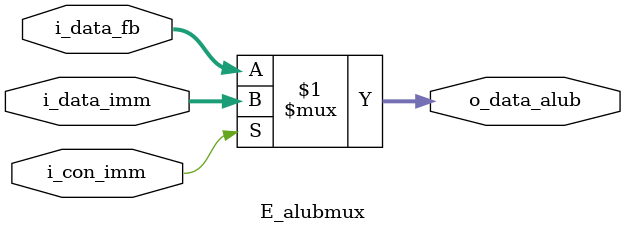
<source format=sv>
`timescale 1ns / 1ps
module E_alubmux(
	input logic [31:0] i_data_fb, 
	input logic [31:0] i_data_imm,
	input logic i_con_imm,
	output logic [31:0] o_data_alub
	);

assign o_data_alub = i_con_imm ? i_data_imm : i_data_fb;

endmodule
</source>
